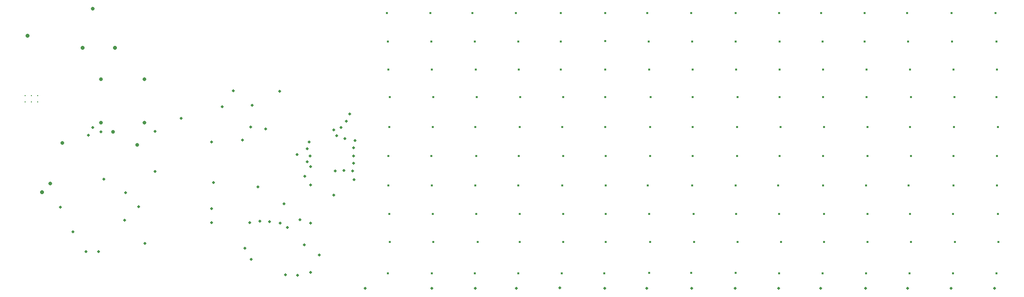
<source format=gbr>
%TF.GenerationSoftware,Altium Limited,Altium Designer,20.1.14 (287)*%
G04 Layer_Color=0*
%FSLAX26Y26*%
%MOIN*%
%TF.SameCoordinates,7E9A0AC4-0E20-4BBF-80A7-7FB1365180D4*%
%TF.FilePolarity,Positive*%
%TF.FileFunction,Plated,1,4,PTH,Drill*%
%TF.Part,Single*%
G01*
G75*
%TA.AperFunction,ComponentDrill*%
%ADD73C,0.025000*%
%TA.AperFunction,ViaDrill,NotFilled*%
%ADD74C,0.020000*%
%ADD75C,0.007874*%
%ADD76C,0.015000*%
%ADD77C,0.025000*%
%ADD78C,0.028000*%
D73*
X2755837Y3765000D02*
D03*
Y3465000D02*
D03*
X2455837Y3765000D02*
D03*
Y3465000D02*
D03*
D74*
X2830000Y3405000D02*
D03*
X4085000Y3375000D02*
D03*
X3880000Y3285000D02*
D03*
Y3195000D02*
D03*
X3595000Y3420000D02*
D03*
X3720000Y2905000D02*
D03*
X3895000Y3330000D02*
D03*
X3905000Y2770000D02*
D03*
X3865000Y3095000D02*
D03*
X3295000Y3575000D02*
D03*
X4150000Y3475000D02*
D03*
X3900000Y3235000D02*
D03*
X4200000Y3185000D02*
D03*
X3500000Y3585000D02*
D03*
X4135000Y3135000D02*
D03*
X3905000Y3035000D02*
D03*
X3220000Y2870000D02*
D03*
X4140020Y3355020D02*
D03*
X4075000Y3130000D02*
D03*
X3695000Y2770000D02*
D03*
X3435000Y3345000D02*
D03*
X3860000Y2620000D02*
D03*
X3742347Y2742347D02*
D03*
X3485000Y2775000D02*
D03*
X3830000Y2794500D02*
D03*
X4200000Y3235000D02*
D03*
X4065000Y3415000D02*
D03*
X3220000Y2775000D02*
D03*
Y3330000D02*
D03*
X3810000Y3245000D02*
D03*
X4195000Y3130000D02*
D03*
X3620000Y2780000D02*
D03*
X3235000Y3050000D02*
D03*
X3490000Y3435000D02*
D03*
X3905000Y3160000D02*
D03*
X4115000Y3430000D02*
D03*
X4065000Y2965000D02*
D03*
X4210000Y3340000D02*
D03*
X3555000Y2785000D02*
D03*
X6835000Y2320000D02*
D03*
X7135000D02*
D03*
X4200000Y3290000D02*
D03*
X6225000Y2320000D02*
D03*
X5935000D02*
D03*
X5040000D02*
D03*
X5325000D02*
D03*
X4280000D02*
D03*
X4204500Y3070000D02*
D03*
X8625000Y2320000D02*
D03*
X8325000D02*
D03*
X8025000D02*
D03*
X7735000D02*
D03*
X7425000D02*
D03*
X6535000D02*
D03*
X5625000Y2325000D02*
D03*
X4740000Y2320000D02*
D03*
X2830409Y3128536D02*
D03*
X2625837Y2980000D02*
D03*
X2370885Y3379036D02*
D03*
X2620837Y2790000D02*
D03*
X2400837Y3430000D02*
D03*
X2455837Y3400000D02*
D03*
X2715837Y2885000D02*
D03*
X3450000Y2596500D02*
D03*
X3690000Y3680000D02*
D03*
X3370000Y3685000D02*
D03*
X2440000Y2575000D02*
D03*
X2265000Y2710000D02*
D03*
X2760000Y2630000D02*
D03*
X3815000Y2410000D02*
D03*
X3730000Y2415000D02*
D03*
X2355000Y2575000D02*
D03*
X3905000Y2430000D02*
D03*
X3965000Y2550000D02*
D03*
X3540000Y3020000D02*
D03*
X3495000Y2520000D02*
D03*
X3010000Y3495000D02*
D03*
X4175000Y3525000D02*
D03*
X2175837Y2880000D02*
D03*
X2475837Y3075315D02*
D03*
D75*
X1932530Y3608347D02*
D03*
Y3651654D02*
D03*
X1975837Y3608347D02*
D03*
Y3651654D02*
D03*
X2019144Y3608347D02*
D03*
Y3651654D02*
D03*
D76*
X4450769Y2640769D02*
D03*
X6835769Y2427000D02*
D03*
X7135769Y2425769D02*
D03*
X4445769Y2835769D02*
D03*
X4440769Y3030769D02*
D03*
Y3235769D02*
D03*
X6530769Y2427000D02*
D03*
X6240769D02*
D03*
X4435769Y2425769D02*
D03*
X5335769D02*
D03*
X5930769D02*
D03*
X4740769D02*
D03*
X5035769D02*
D03*
X5635769D02*
D03*
X4445769Y3435769D02*
D03*
X4450769Y3640769D02*
D03*
X4440769Y3830144D02*
D03*
X4430769Y4220769D02*
D03*
X4730769D02*
D03*
X5020769D02*
D03*
X5320769D02*
D03*
X5630769D02*
D03*
X5935769D02*
D03*
X6225769D02*
D03*
X6530769D02*
D03*
X6835769D02*
D03*
X7135769D02*
D03*
X7425769D02*
D03*
X7725769D02*
D03*
X8020769D02*
D03*
X8325769D02*
D03*
X8630769D02*
D03*
X4435769Y4025769D02*
D03*
X4735769D02*
D03*
X5035769D02*
D03*
X5335769D02*
D03*
X5630769D02*
D03*
X5937682Y4027682D02*
D03*
X6235769Y4025769D02*
D03*
X6535769D02*
D03*
X6835769D02*
D03*
X7140769D02*
D03*
X7435769D02*
D03*
X7725769D02*
D03*
X8025769D02*
D03*
X8330769D02*
D03*
X8635769D02*
D03*
X4740769Y3830769D02*
D03*
X5042682Y3831432D02*
D03*
X5340769Y3830769D02*
D03*
X5630769D02*
D03*
X5935769D02*
D03*
X6240769D02*
D03*
X6540769D02*
D03*
X6840769D02*
D03*
X7140769D02*
D03*
X7440769D02*
D03*
X7740769D02*
D03*
X8040769D02*
D03*
X8340769D02*
D03*
X8640769D02*
D03*
X4750769Y3640769D02*
D03*
X5050769D02*
D03*
X5350769D02*
D03*
X5645769D02*
D03*
X5935769D02*
D03*
X6250769D02*
D03*
X6540769D02*
D03*
X6850769D02*
D03*
X7140769D02*
D03*
X7440769D02*
D03*
X7740769D02*
D03*
X8045769D02*
D03*
X8345769D02*
D03*
X8635769D02*
D03*
X4745769Y3435769D02*
D03*
X5040769D02*
D03*
X5345769D02*
D03*
X5640769D02*
D03*
X5935769D02*
D03*
X6245769D02*
D03*
X6540769D02*
D03*
X6845769D02*
D03*
X7145769D02*
D03*
X7445769D02*
D03*
X7745769D02*
D03*
X8040769D02*
D03*
X8343269D02*
D03*
X8645769D02*
D03*
X4735769Y3235769D02*
D03*
X5045769D02*
D03*
X5340769D02*
D03*
X5645769D02*
D03*
X5940769D02*
D03*
X6245769D02*
D03*
X6540769D02*
D03*
X6845769D02*
D03*
X7140769D02*
D03*
X7440769D02*
D03*
X7745769D02*
D03*
X8045769D02*
D03*
X8340769D02*
D03*
X8640769D02*
D03*
X4740769Y3030769D02*
D03*
X5040769D02*
D03*
X5335769D02*
D03*
X5640769D02*
D03*
X5940769D02*
D03*
X6230769D02*
D03*
X6535769D02*
D03*
X6835769D02*
D03*
X7130769D02*
D03*
X7440769D02*
D03*
X7735769D02*
D03*
X8030769D02*
D03*
X8340769D02*
D03*
X8640769D02*
D03*
X5345769Y2835769D02*
D03*
X5645769D02*
D03*
X5940769D02*
D03*
X6240769D02*
D03*
X6545769D02*
D03*
X6840769D02*
D03*
X7135769D02*
D03*
X7445769D02*
D03*
X7745769D02*
D03*
X8040769D02*
D03*
X8335769D02*
D03*
X8645769D02*
D03*
X4750769Y2640769D02*
D03*
X5055769D02*
D03*
X5345769D02*
D03*
X5645769D02*
D03*
X5940769D02*
D03*
X6245769D02*
D03*
X6550769D02*
D03*
X6850769D02*
D03*
X7150769D02*
D03*
X7445769D02*
D03*
X7745769D02*
D03*
X8045769D02*
D03*
X8350769D02*
D03*
X8650769D02*
D03*
X7435769Y2425769D02*
D03*
X7735769D02*
D03*
X8035769D02*
D03*
X8335769D02*
D03*
X8635769D02*
D03*
X4745769Y2835769D02*
D03*
X5045769D02*
D03*
D77*
X2540000Y3400000D02*
D03*
X2705837Y3310000D02*
D03*
X2190837Y3325000D02*
D03*
X2105837Y3045000D02*
D03*
X2400837Y4250000D02*
D03*
D78*
X1950837Y4065000D02*
D03*
X2330837Y3980000D02*
D03*
X2552333D02*
D03*
X2050837Y2985000D02*
D03*
%TF.MD5,b9b4927a0ecaf92b8780e871bc1fa8bd*%
M02*

</source>
